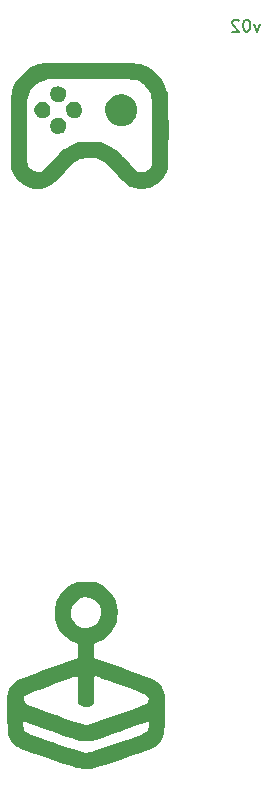
<source format=gbr>
%TF.GenerationSoftware,KiCad,Pcbnew,7.0.9-7.0.9~ubuntu22.04.1*%
%TF.CreationDate,2023-11-26T13:03:37+11:00*%
%TF.ProjectId,usbcontroller-c64,75736263-6f6e-4747-926f-6c6c65722d63,v02*%
%TF.SameCoordinates,Original*%
%TF.FileFunction,Legend,Bot*%
%TF.FilePolarity,Positive*%
%FSLAX46Y46*%
G04 Gerber Fmt 4.6, Leading zero omitted, Abs format (unit mm)*
G04 Created by KiCad (PCBNEW 7.0.9-7.0.9~ubuntu22.04.1) date 2023-11-26 13:03:37*
%MOMM*%
%LPD*%
G01*
G04 APERTURE LIST*
%ADD10C,0.150000*%
G04 APERTURE END LIST*
D10*
X170141658Y-90973352D02*
X169903563Y-91640019D01*
X169903563Y-91640019D02*
X169665468Y-90973352D01*
X169094039Y-90640019D02*
X168998801Y-90640019D01*
X168998801Y-90640019D02*
X168903563Y-90687638D01*
X168903563Y-90687638D02*
X168855944Y-90735257D01*
X168855944Y-90735257D02*
X168808325Y-90830495D01*
X168808325Y-90830495D02*
X168760706Y-91020971D01*
X168760706Y-91020971D02*
X168760706Y-91259066D01*
X168760706Y-91259066D02*
X168808325Y-91449542D01*
X168808325Y-91449542D02*
X168855944Y-91544780D01*
X168855944Y-91544780D02*
X168903563Y-91592400D01*
X168903563Y-91592400D02*
X168998801Y-91640019D01*
X168998801Y-91640019D02*
X169094039Y-91640019D01*
X169094039Y-91640019D02*
X169189277Y-91592400D01*
X169189277Y-91592400D02*
X169236896Y-91544780D01*
X169236896Y-91544780D02*
X169284515Y-91449542D01*
X169284515Y-91449542D02*
X169332134Y-91259066D01*
X169332134Y-91259066D02*
X169332134Y-91020971D01*
X169332134Y-91020971D02*
X169284515Y-90830495D01*
X169284515Y-90830495D02*
X169236896Y-90735257D01*
X169236896Y-90735257D02*
X169189277Y-90687638D01*
X169189277Y-90687638D02*
X169094039Y-90640019D01*
X168379753Y-90735257D02*
X168332134Y-90687638D01*
X168332134Y-90687638D02*
X168236896Y-90640019D01*
X168236896Y-90640019D02*
X167998801Y-90640019D01*
X167998801Y-90640019D02*
X167903563Y-90687638D01*
X167903563Y-90687638D02*
X167855944Y-90735257D01*
X167855944Y-90735257D02*
X167808325Y-90830495D01*
X167808325Y-90830495D02*
X167808325Y-90925733D01*
X167808325Y-90925733D02*
X167855944Y-91068590D01*
X167855944Y-91068590D02*
X168427372Y-91640019D01*
X168427372Y-91640019D02*
X167808325Y-91640019D01*
%TO.C,G\u002A\u002A\u002A*%
G36*
X158103262Y-141221431D02*
G01*
X158024677Y-141652432D01*
X157904545Y-141965861D01*
X157635982Y-142411211D01*
X157282564Y-142811839D01*
X156871834Y-143138214D01*
X156431334Y-143360805D01*
X156114667Y-143474962D01*
X156115858Y-144075981D01*
X156117049Y-144677000D01*
X158532525Y-145536109D01*
X158594261Y-145558085D01*
X159142416Y-145754821D01*
X159658749Y-145942902D01*
X160127590Y-146116424D01*
X160533272Y-146269483D01*
X160860124Y-146396172D01*
X161092479Y-146490589D01*
X161214667Y-146546828D01*
X161431715Y-146688243D01*
X161750107Y-147001172D01*
X161986817Y-147407089D01*
X161995403Y-147426632D01*
X162038692Y-147533828D01*
X162071576Y-147643603D01*
X162095307Y-147774637D01*
X162111135Y-147945605D01*
X162119917Y-148165348D01*
X162120310Y-148175187D01*
X162124085Y-148482059D01*
X162123708Y-148884898D01*
X162120432Y-149402383D01*
X162120155Y-149439314D01*
X162113740Y-150016361D01*
X162111668Y-150093558D01*
X162101315Y-150479192D01*
X162078447Y-150845878D01*
X162040702Y-151134494D01*
X161983647Y-151363113D01*
X161902848Y-151549808D01*
X161793873Y-151712652D01*
X161652288Y-151869718D01*
X161473659Y-152039081D01*
X161387993Y-152116085D01*
X161300291Y-152187886D01*
X161203347Y-152254450D01*
X161084140Y-152321060D01*
X160929646Y-152393002D01*
X160726844Y-152475557D01*
X160462713Y-152574010D01*
X160124229Y-152693645D01*
X159698371Y-152839746D01*
X159172117Y-153017595D01*
X158532445Y-153232477D01*
X158104007Y-153376009D01*
X157523555Y-153569097D01*
X157047005Y-153725115D01*
X156660798Y-153847942D01*
X156351372Y-153941456D01*
X156105167Y-154009535D01*
X155908622Y-154056058D01*
X155748178Y-154084903D01*
X155610272Y-154099947D01*
X155481344Y-154105070D01*
X155470740Y-154105173D01*
X155346499Y-154103131D01*
X155217582Y-154092396D01*
X155070480Y-154069169D01*
X154891685Y-154029652D01*
X154667689Y-153970046D01*
X154384984Y-153886554D01*
X154030061Y-153775376D01*
X153589413Y-153632714D01*
X153049530Y-153454770D01*
X152396905Y-153237746D01*
X152370190Y-153228840D01*
X151730559Y-153015416D01*
X151204031Y-152838670D01*
X150777680Y-152693392D01*
X150438582Y-152574376D01*
X150173814Y-152476412D01*
X149970451Y-152394294D01*
X149815567Y-152322812D01*
X149696240Y-152256758D01*
X149599543Y-152190925D01*
X149512554Y-152120104D01*
X149422348Y-152039086D01*
X149411021Y-152028722D01*
X149234636Y-151860552D01*
X149095040Y-151703642D01*
X148987800Y-151539918D01*
X148908483Y-151351307D01*
X148852655Y-151119736D01*
X148815883Y-150827131D01*
X148793733Y-150455420D01*
X148784979Y-150112200D01*
X150124357Y-150112200D01*
X150124877Y-150259422D01*
X150143728Y-150465890D01*
X150148801Y-150503833D01*
X150219774Y-150787550D01*
X150341213Y-150970623D01*
X150360086Y-150984897D01*
X150504759Y-151057941D01*
X150768608Y-151166766D01*
X151145164Y-151308979D01*
X151627958Y-151482187D01*
X152210520Y-151683997D01*
X152886382Y-151912017D01*
X152934991Y-151928220D01*
X153478352Y-152107313D01*
X153987299Y-152271513D01*
X154446531Y-152416140D01*
X154840747Y-152536515D01*
X155154647Y-152627958D01*
X155372929Y-152685790D01*
X155480292Y-152705331D01*
X155485369Y-152705019D01*
X155603918Y-152678999D01*
X155831790Y-152614779D01*
X156153725Y-152517158D01*
X156554465Y-152390937D01*
X157018749Y-152240915D01*
X157531316Y-152071891D01*
X158076908Y-151888665D01*
X158338240Y-151800140D01*
X158934119Y-151597656D01*
X159419993Y-151429460D01*
X159807483Y-151289028D01*
X160108207Y-151169837D01*
X160333784Y-151065361D01*
X160495832Y-150969077D01*
X160605971Y-150874461D01*
X160675820Y-150774988D01*
X160716997Y-150664135D01*
X160741122Y-150535377D01*
X160759813Y-150382191D01*
X160777119Y-150220694D01*
X160778357Y-150093558D01*
X160746876Y-150048469D01*
X160675200Y-150056655D01*
X160592589Y-150084054D01*
X160397506Y-150152474D01*
X160106378Y-150256164D01*
X159734200Y-150389743D01*
X159295970Y-150547827D01*
X158806683Y-150725033D01*
X158281334Y-150915977D01*
X158271888Y-150919417D01*
X157629169Y-151155145D01*
X157090523Y-151351524D01*
X156636692Y-151508454D01*
X156248420Y-151625836D01*
X155906448Y-151703568D01*
X155591518Y-151741552D01*
X155284374Y-151739686D01*
X154965758Y-151697871D01*
X154616412Y-151616006D01*
X154217078Y-151493991D01*
X153748500Y-151331727D01*
X153191419Y-151129112D01*
X152526578Y-150886048D01*
X152463619Y-150863203D01*
X151936787Y-150673464D01*
X151451456Y-150501135D01*
X151021566Y-150350985D01*
X150661054Y-150227786D01*
X150383860Y-150136307D01*
X150203923Y-150081320D01*
X150135183Y-150067595D01*
X150124357Y-150112200D01*
X148784979Y-150112200D01*
X148781773Y-149986528D01*
X148775569Y-149402383D01*
X148774853Y-149304394D01*
X148771987Y-148807959D01*
X148772235Y-148422958D01*
X148775192Y-148235727D01*
X150176199Y-148235727D01*
X150255020Y-148443300D01*
X150395010Y-148584319D01*
X150400028Y-148586819D01*
X150506290Y-148630238D01*
X150721574Y-148712444D01*
X151031238Y-148828036D01*
X151420645Y-148971614D01*
X151875153Y-149137775D01*
X152380126Y-149321119D01*
X152920921Y-149516245D01*
X152993796Y-149542432D01*
X153531060Y-149733848D01*
X154031415Y-149909320D01*
X154480139Y-150063884D01*
X154862508Y-150192578D01*
X155163799Y-150290435D01*
X155369290Y-150352492D01*
X155464257Y-150373785D01*
X155475702Y-150372158D01*
X155594125Y-150338919D01*
X155817683Y-150267119D01*
X156130323Y-150162406D01*
X156515998Y-150030428D01*
X156958656Y-149876831D01*
X157442247Y-149707263D01*
X157950721Y-149527371D01*
X158468030Y-149342803D01*
X158978121Y-149159205D01*
X159464946Y-148982225D01*
X159912455Y-148817509D01*
X160304596Y-148670706D01*
X160521606Y-148548614D01*
X160678455Y-148367761D01*
X160741233Y-148165348D01*
X160701944Y-147969217D01*
X160552592Y-147807211D01*
X160513855Y-147787461D01*
X160354983Y-147720462D01*
X160095633Y-147618467D01*
X159752040Y-147487627D01*
X159340439Y-147334092D01*
X158877066Y-147164012D01*
X158378157Y-146983536D01*
X158093046Y-146881098D01*
X157614966Y-146709149D01*
X157182773Y-146553480D01*
X156812390Y-146419839D01*
X156519740Y-146313974D01*
X156320747Y-146241633D01*
X156231334Y-146208565D01*
X156199875Y-146200158D01*
X156166264Y-146214541D01*
X156142841Y-146275075D01*
X156127788Y-146399197D01*
X156119287Y-146604343D01*
X156115519Y-146907946D01*
X156114667Y-147327443D01*
X156114667Y-148492151D01*
X155938910Y-148667909D01*
X155839626Y-148753703D01*
X155677673Y-148824884D01*
X155448000Y-148843666D01*
X155286640Y-148836143D01*
X155108381Y-148785521D01*
X154957091Y-148667909D01*
X154781334Y-148492151D01*
X154781334Y-147327443D01*
X154780277Y-146972597D01*
X154775334Y-146639642D01*
X154765185Y-146411458D01*
X154748564Y-146272237D01*
X154724204Y-146206174D01*
X154690840Y-146197460D01*
X154675216Y-146203268D01*
X154551879Y-146248083D01*
X154324979Y-146330010D01*
X154010805Y-146443183D01*
X153625643Y-146581739D01*
X153185781Y-146739813D01*
X152707507Y-146911542D01*
X152525418Y-146976916D01*
X151938708Y-147188136D01*
X151462386Y-147361261D01*
X151084482Y-147501418D01*
X150793029Y-147613732D01*
X150576060Y-147703330D01*
X150421605Y-147775337D01*
X150317698Y-147834879D01*
X150252371Y-147887082D01*
X150213654Y-147937072D01*
X150189581Y-147989975D01*
X150179482Y-148022167D01*
X150176199Y-148235727D01*
X148775192Y-148235727D01*
X148776850Y-148130711D01*
X148787081Y-147912542D01*
X148804179Y-147749773D01*
X148829395Y-147623726D01*
X148863980Y-147515724D01*
X148909184Y-147407089D01*
X149029163Y-147173334D01*
X149307413Y-146821095D01*
X149681334Y-146546248D01*
X149688874Y-146542111D01*
X149823921Y-146481277D01*
X150067422Y-146382946D01*
X150403708Y-146253022D01*
X150817105Y-146097413D01*
X151291943Y-145922023D01*
X151812550Y-145732760D01*
X152363253Y-145535529D01*
X154778506Y-144677000D01*
X154779920Y-144075981D01*
X154781334Y-143474962D01*
X154464667Y-143360805D01*
X154163097Y-143222087D01*
X153739853Y-142925686D01*
X153365114Y-142545589D01*
X153066423Y-142111328D01*
X152871324Y-141652432D01*
X152828379Y-141472728D01*
X152779689Y-141014160D01*
X152788323Y-140766837D01*
X154155314Y-140766837D01*
X154191542Y-141156589D01*
X154286486Y-141400466D01*
X154507081Y-141708610D01*
X154800250Y-141953120D01*
X155131266Y-142099165D01*
X155230774Y-142123189D01*
X155402374Y-142159059D01*
X155494189Y-142170109D01*
X155837814Y-142084766D01*
X156190145Y-141893026D01*
X156467586Y-141621962D01*
X156655525Y-141291367D01*
X156739353Y-140921030D01*
X156704459Y-140530743D01*
X156611632Y-140290572D01*
X156390758Y-139980424D01*
X156095680Y-139734461D01*
X155760923Y-139587208D01*
X155736775Y-139581370D01*
X155348053Y-139552680D01*
X154985655Y-139638231D01*
X154667382Y-139820222D01*
X154411034Y-140080854D01*
X154234411Y-140402325D01*
X154155314Y-140766837D01*
X152788323Y-140766837D01*
X152796649Y-140528345D01*
X152875701Y-140064857D01*
X153013291Y-139673266D01*
X153121311Y-139478145D01*
X153443749Y-139053822D01*
X153843387Y-138683636D01*
X154281334Y-138406441D01*
X154348179Y-138374051D01*
X154520491Y-138298755D01*
X154680137Y-138250869D01*
X154863609Y-138224260D01*
X155107400Y-138212792D01*
X155448000Y-138210333D01*
X155575033Y-138210532D01*
X155879168Y-138215324D01*
X156098708Y-138231176D01*
X156270142Y-138264224D01*
X156429965Y-138320601D01*
X156614667Y-138406441D01*
X156810870Y-138515250D01*
X157236648Y-138838425D01*
X157606892Y-139237382D01*
X157882710Y-139673266D01*
X157949994Y-139832874D01*
X158062364Y-140262080D01*
X158114639Y-140741456D01*
X158110383Y-140921030D01*
X158103262Y-141221431D01*
G37*
G36*
X154658795Y-97645746D02*
G01*
X154895676Y-97764882D01*
X155038387Y-97978387D01*
X155086134Y-98285466D01*
X155078611Y-98446827D01*
X155027989Y-98625085D01*
X154910376Y-98776375D01*
X154811092Y-98862169D01*
X154649140Y-98933351D01*
X154419467Y-98952133D01*
X154258106Y-98944610D01*
X154079848Y-98893988D01*
X153928558Y-98776375D01*
X153794114Y-98569271D01*
X153740750Y-98297670D01*
X153785565Y-98024061D01*
X153928558Y-97794557D01*
X154027842Y-97708763D01*
X154189794Y-97637581D01*
X154419467Y-97618800D01*
X154658795Y-97645746D01*
G37*
G36*
X153325462Y-98979079D02*
G01*
X153562343Y-99098216D01*
X153705054Y-99311721D01*
X153752800Y-99618800D01*
X153745277Y-99780160D01*
X153694655Y-99958419D01*
X153577043Y-100109709D01*
X153477759Y-100195503D01*
X153315807Y-100266684D01*
X153086134Y-100285466D01*
X152924773Y-100277943D01*
X152746515Y-100227321D01*
X152595225Y-100109709D01*
X152460780Y-99902604D01*
X152407417Y-99631003D01*
X152452232Y-99357395D01*
X152595225Y-99127890D01*
X152694509Y-99042096D01*
X152856461Y-98970915D01*
X153086134Y-98952133D01*
X153325462Y-98979079D01*
G37*
G36*
X153325462Y-96312412D02*
G01*
X153562343Y-96431549D01*
X153705054Y-96645054D01*
X153752800Y-96952133D01*
X153745277Y-97113494D01*
X153694655Y-97291752D01*
X153577043Y-97443042D01*
X153477759Y-97528836D01*
X153315807Y-97600018D01*
X153086134Y-97618800D01*
X152924773Y-97611276D01*
X152746515Y-97560654D01*
X152595225Y-97443042D01*
X152460780Y-97235937D01*
X152407417Y-96964337D01*
X152452232Y-96690728D01*
X152595225Y-96461224D01*
X152694509Y-96375430D01*
X152856461Y-96304248D01*
X153086134Y-96285466D01*
X153325462Y-96312412D01*
G37*
G36*
X151992129Y-97645746D02*
G01*
X152229010Y-97764882D01*
X152371721Y-97978387D01*
X152419467Y-98285466D01*
X152411944Y-98446827D01*
X152361322Y-98625085D01*
X152243710Y-98776375D01*
X152144426Y-98862169D01*
X151982473Y-98933351D01*
X151752800Y-98952133D01*
X151591440Y-98944610D01*
X151413181Y-98893988D01*
X151261891Y-98776375D01*
X151127447Y-98569271D01*
X151074084Y-98297670D01*
X151118899Y-98024061D01*
X151261891Y-97794557D01*
X151361175Y-97708763D01*
X151523128Y-97637581D01*
X151752800Y-97618800D01*
X151992129Y-97645746D01*
G37*
G36*
X158592880Y-96959934D02*
G01*
X158999349Y-97055926D01*
X159329765Y-97261382D01*
X159584362Y-97576429D01*
X159678939Y-97766347D01*
X159736884Y-97992778D01*
X159752800Y-98285466D01*
X159746064Y-98446100D01*
X159652410Y-98855389D01*
X159448714Y-99189597D01*
X159135218Y-99448270D01*
X158933621Y-99549273D01*
X158714011Y-99603167D01*
X158425324Y-99618169D01*
X158332761Y-99616085D01*
X157907822Y-99539543D01*
X157561747Y-99359311D01*
X157303479Y-99084289D01*
X157141961Y-98723374D01*
X157086134Y-98285466D01*
X157088104Y-98198941D01*
X157164481Y-97774745D01*
X157345051Y-97428721D01*
X157620570Y-97170114D01*
X157981790Y-97008169D01*
X158419467Y-96952133D01*
X158592880Y-96959934D01*
G37*
G36*
X162426388Y-100577113D02*
G01*
X162420963Y-101163043D01*
X162412107Y-101717491D01*
X162399849Y-102223488D01*
X162384216Y-102664064D01*
X162365239Y-103022252D01*
X162342945Y-103281084D01*
X162317364Y-103423590D01*
X162261483Y-103565386D01*
X162015312Y-103985846D01*
X161679763Y-104360907D01*
X161284632Y-104661258D01*
X160859714Y-104857586D01*
X160670755Y-104903178D01*
X160310582Y-104943134D01*
X159928841Y-104941658D01*
X159575347Y-104899973D01*
X159299913Y-104819302D01*
X159198750Y-104766312D01*
X158910387Y-104562150D01*
X158564203Y-104255479D01*
X158168645Y-103854130D01*
X157732162Y-103365935D01*
X157645865Y-103266382D01*
X157419016Y-103020886D01*
X157222837Y-102844345D01*
X157021534Y-102707237D01*
X156779315Y-102580040D01*
X156705815Y-102545035D01*
X156467491Y-102442249D01*
X156264107Y-102384010D01*
X156039647Y-102358059D01*
X155738096Y-102352133D01*
X155625522Y-102352603D01*
X155360031Y-102363180D01*
X155155009Y-102396997D01*
X154956086Y-102466260D01*
X154708890Y-102583174D01*
X154696785Y-102589252D01*
X154451502Y-102726343D01*
X154239668Y-102881681D01*
X154024884Y-103085759D01*
X153770748Y-103369069D01*
X153665822Y-103490208D01*
X153212743Y-103985290D01*
X152810671Y-104376294D01*
X152464160Y-104659046D01*
X152177762Y-104829371D01*
X151945979Y-104902124D01*
X151564392Y-104948201D01*
X151146006Y-104936593D01*
X150737646Y-104869407D01*
X150386134Y-104748749D01*
X150211728Y-104652507D01*
X149846225Y-104372408D01*
X149522246Y-104024534D01*
X149283283Y-103652133D01*
X149119467Y-103318800D01*
X149100272Y-100189080D01*
X149099641Y-100085466D01*
X150452800Y-100085466D01*
X150452807Y-100197781D01*
X150453316Y-100864015D01*
X150454997Y-101411742D01*
X150458369Y-101853832D01*
X150463948Y-102203155D01*
X150472250Y-102472582D01*
X150483793Y-102674984D01*
X150499093Y-102823231D01*
X150518667Y-102930193D01*
X150543031Y-103008742D01*
X150572704Y-103071748D01*
X150770118Y-103315688D01*
X151055434Y-103488789D01*
X151380961Y-103551884D01*
X151437868Y-103550123D01*
X151528783Y-103534591D01*
X151625073Y-103494147D01*
X151738741Y-103418217D01*
X151881787Y-103296226D01*
X152066214Y-103117601D01*
X152304023Y-102871766D01*
X152607217Y-102548148D01*
X152987797Y-102136172D01*
X153124285Y-101990647D01*
X153340224Y-101781259D01*
X153549064Y-101618778D01*
X153794491Y-101471199D01*
X154120191Y-101306514D01*
X154784255Y-100985466D01*
X155752800Y-100985466D01*
X156721346Y-100985466D01*
X157385410Y-101306514D01*
X157575746Y-101400439D01*
X157852220Y-101551821D01*
X158072263Y-101703566D01*
X158279563Y-101887681D01*
X158517804Y-102136172D01*
X158601042Y-102226261D01*
X158880179Y-102525321D01*
X159171733Y-102834116D01*
X159424640Y-103098458D01*
X159579907Y-103256744D01*
X159748156Y-103413815D01*
X159875926Y-103502989D01*
X159991869Y-103542825D01*
X160124640Y-103551884D01*
X160433276Y-103495211D01*
X160721764Y-103327450D01*
X160932897Y-103071748D01*
X160937764Y-103062673D01*
X160966598Y-102998136D01*
X160990202Y-102916102D01*
X161009094Y-102803701D01*
X161023790Y-102648061D01*
X161034807Y-102436312D01*
X161042663Y-102155584D01*
X161047873Y-101793006D01*
X161050955Y-101335707D01*
X161052425Y-100770817D01*
X161052800Y-100085466D01*
X161052800Y-100076921D01*
X161052387Y-99337123D01*
X161049800Y-98717439D01*
X161043013Y-98204790D01*
X161030000Y-97786096D01*
X161008737Y-97448278D01*
X160977197Y-97178255D01*
X160933355Y-96962947D01*
X160875186Y-96789276D01*
X160800662Y-96644161D01*
X160707760Y-96514521D01*
X160594453Y-96387279D01*
X160458716Y-96249353D01*
X160403942Y-96194440D01*
X160285393Y-96077831D01*
X160173785Y-95979469D01*
X160057430Y-95897720D01*
X159924637Y-95830949D01*
X159763718Y-95777519D01*
X159562984Y-95735797D01*
X159310747Y-95704147D01*
X158995316Y-95680934D01*
X158605004Y-95664523D01*
X158128122Y-95653278D01*
X157552980Y-95645565D01*
X156867890Y-95639748D01*
X156061162Y-95634193D01*
X155634103Y-95631679D01*
X154884122Y-95629443D01*
X154205472Y-95630317D01*
X153608483Y-95634183D01*
X153103485Y-95640926D01*
X152700808Y-95650428D01*
X152410783Y-95662574D01*
X152243739Y-95677246D01*
X152030239Y-95719327D01*
X151533404Y-95898076D01*
X151117912Y-96172234D01*
X150794291Y-96533632D01*
X150573065Y-96974098D01*
X150545212Y-97062586D01*
X150520265Y-97170336D01*
X150500203Y-97303699D01*
X150484504Y-97476141D01*
X150472648Y-97701127D01*
X150464115Y-97992120D01*
X150458384Y-98362586D01*
X150454935Y-98825989D01*
X150453247Y-99395794D01*
X150452800Y-100085466D01*
X149099641Y-100085466D01*
X149099352Y-100037977D01*
X149095388Y-99331215D01*
X149093069Y-98742394D01*
X149092807Y-98258619D01*
X149095013Y-97866991D01*
X149100099Y-97554615D01*
X149108478Y-97308594D01*
X149120561Y-97116030D01*
X149136759Y-96964026D01*
X149157485Y-96839687D01*
X149183151Y-96730115D01*
X149214168Y-96622413D01*
X149461630Y-96025809D01*
X149819503Y-95488661D01*
X150271789Y-95032458D01*
X150804841Y-94670933D01*
X151405014Y-94417816D01*
X151457146Y-94402142D01*
X151553562Y-94376623D01*
X151660129Y-94355115D01*
X151788044Y-94337274D01*
X151948507Y-94322760D01*
X152152715Y-94311232D01*
X152411868Y-94302349D01*
X152737163Y-94295768D01*
X153139799Y-94291149D01*
X153630975Y-94288151D01*
X154221888Y-94286432D01*
X154923738Y-94285651D01*
X155747723Y-94285466D01*
X156529262Y-94285530D01*
X157270314Y-94286283D01*
X157899795Y-94288600D01*
X158429092Y-94293358D01*
X158869594Y-94301436D01*
X159232692Y-94313709D01*
X159529774Y-94331054D01*
X159772230Y-94354350D01*
X159971447Y-94384473D01*
X160138817Y-94422299D01*
X160285727Y-94468707D01*
X160423566Y-94524572D01*
X160563725Y-94590773D01*
X160717592Y-94668186D01*
X161092729Y-94907928D01*
X161496711Y-95278924D01*
X161853585Y-95725042D01*
X162139026Y-96215321D01*
X162328710Y-96718800D01*
X162342819Y-96792486D01*
X162365878Y-97019418D01*
X162385275Y-97350615D01*
X162401040Y-97769107D01*
X162413202Y-98257927D01*
X162421789Y-98800106D01*
X162426830Y-99378676D01*
X162428353Y-99976667D01*
X162427997Y-100085466D01*
X162426388Y-100577113D01*
G37*
%TD*%
M02*

</source>
